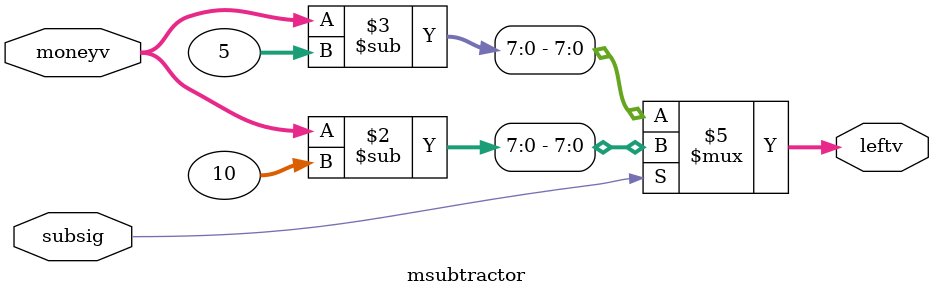
<source format=v>
`timescale 1ns/1ps

module msubtractor(
    moneyv, subsig, leftv
);
    input [7:0] moneyv;
    input subsig;
    output reg [7:0] leftv;
    always @(moneyv, subsig) begin
        if(subsig) leftv = moneyv - 10;
        else leftv = moneyv - 5;
    end
endmodule // 
</source>
